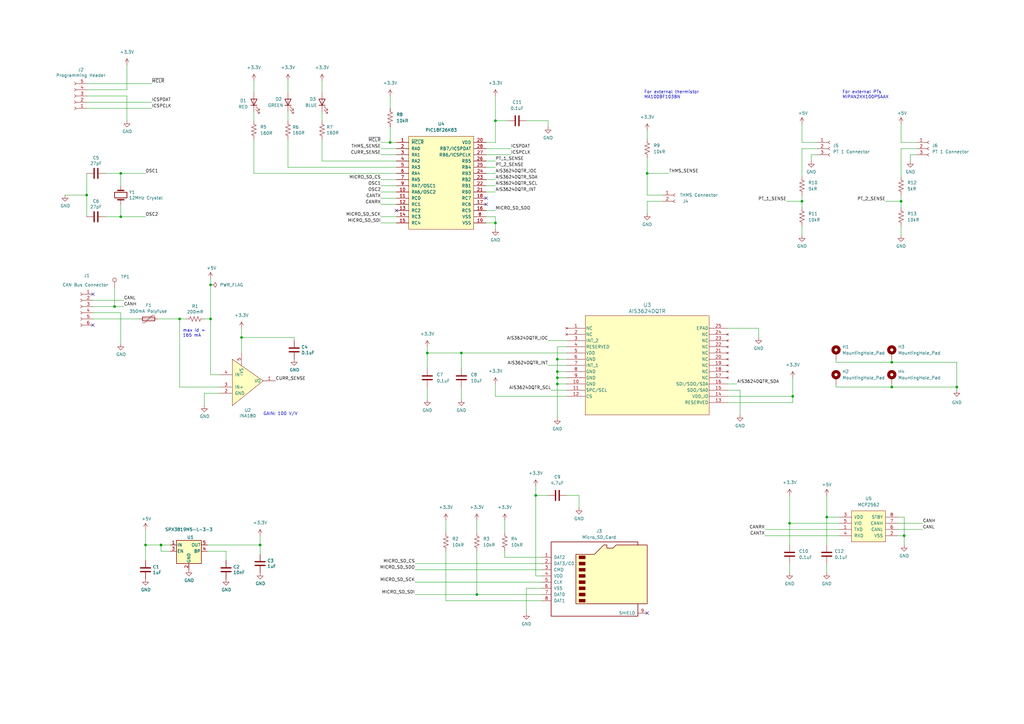
<source format=kicad_sch>
(kicad_sch (version 20230121) (generator eeschema)
  (paper "A3")
  (title_block (title "Vibration Board") (date "2023-11-01") (rev "1.01") (company "Waterloo Rocketry") (comment 1 "Ishman Mann"))
  (lib_symbols
    (symbol "AIS3624DQTR_1" (pin_names (offset 0.254))
      (property "Reference" "U" (at 33.02 10.16 0))
      (property "Value" "AIS3624DQTR" (at 33.02 7.62 0))
      (symbol "AIS3624DQTR_1_0_1"
        (pin no_connect line (at 0 0 0) (length 7.62) (name "NC") (number "1"))
        (pin power_out line (at 0 -22.86 0) (length 7.62) (name "GND") (number "10"))
        (pin unspecified line (at 0 -25.4 0) (length 7.62) (name "SPC/SCL") (number "11"))
        (pin unspecified line (at 0 -27.94 0) (length 7.62) (name "CS") (number "12"))
        (pin unspecified line (at 66.04 -30.48 180) (length 7.62) (name "RESERVED") (number "13"))
        (pin unspecified line (at 66.04 -27.94 180) (length 7.62) (name "VDD_IO") (number "14"))
        (pin unspecified line (at 66.04 -25.4 180) (length 7.62) (name "SDO/SA0") (number "15"))
        (pin unspecified line (at 66.04 -22.86 180) (length 7.62) (name "SDI/SDO/SDA") (number "16"))
        (pin no_connect line (at 66.04 -20.32 180) (length 7.62) (name "NC") (number "17"))
        (pin no_connect line (at 66.04 -17.78 180) (length 7.62) (name "NC") (number "18"))
        (pin no_connect line (at 66.04 -15.24 180) (length 7.62) (name "NC") (number "19"))
        (pin no_connect line (at 0 -2.54 0) (length 7.62) (name "NC") (number "2"))
        (pin no_connect line (at 66.04 -12.7 180) (length 7.62) (name "NC") (number "20"))
        (pin no_connect line (at 66.04 -10.16 180) (length 7.62) (name "NC") (number "21"))
        (pin no_connect line (at 66.04 -7.62 180) (length 7.62) (name "NC") (number "22"))
        (pin no_connect line (at 66.04 -5.08 180) (length 7.62) (name "NC") (number "23"))
        (pin no_connect line (at 66.04 -2.54 180) (length 7.62) (name "NC") (number "24"))
        (pin power_out line (at 66.04 0 180) (length 7.62) (name "EPAD") (number "25"))
        (pin unspecified line (at 0 -5.08 0) (length 7.62) (name "INT_2") (number "3"))
        (pin power_out line (at 0 -7.62 0) (length 7.62) (name "RESERVED") (number "4"))
        (pin unspecified line (at 0 -10.16 0) (length 7.62) (name "VDD") (number "5"))
        (pin power_out line (at 0 -12.7 0) (length 7.62) (name "GND") (number "6"))
        (pin unspecified line (at 0 -15.24 0) (length 7.62) (name "INT_1") (number "7"))
        (pin power_out line (at 0 -17.78 0) (length 7.62) (name "GND") (number "8"))
        (pin power_out line (at 0 -20.32 0) (length 7.62) (name "GND") (number "9"))
      )
    )
    (symbol "Connector:Conn_01x02_Female" (pin_names (offset 1.016) hide)
      (property "Reference" "J" (at 0 2.54 0))
      (property "Value" "Conn_01x02_Female" (at 0 -5.08 0))
      (symbol "Conn_01x02_Female_1_1"
        (pin passive line (at -5.08 0 0) (length 3.81) (name "Pin_1") (number "1"))
        (pin passive line (at -5.08 -2.54 0) (length 3.81) (name "Pin_2") (number "2"))
      )
    )
    (symbol "Connector:Conn_01x03_Socket" (pin_names (offset 1.016) hide)
      (property "Reference" "J" (at 0 5.08 0))
      (property "Value" "Conn_01x03_Socket" (at 0 -5.08 0))
      (symbol "Conn_01x03_Socket_1_1"
        (pin passive line (at -5.08 2.54 0) (length 3.81) (name "Pin_1") (number "1"))
        (pin passive line (at -5.08 0 0) (length 3.81) (name "Pin_2") (number "2"))
        (pin passive line (at -5.08 -2.54 0) (length 3.81) (name "Pin_3") (number "3"))
      )
    )
    (symbol "Connector:Conn_01x05_Female" (pin_names (offset 1.016) hide)
      (property "Reference" "J" (at 0 7.62 0))
      (property "Value" "Conn_01x05_Female" (at 0 -7.62 0))
      (symbol "Conn_01x05_Female_1_1"
        (pin passive line (at -5.08 5.08 0) (length 3.81) (name "Pin_1") (number "1"))
        (pin passive line (at -5.08 2.54 0) (length 3.81) (name "Pin_2") (number "2"))
        (pin passive line (at -5.08 0 0) (length 3.81) (name "Pin_3") (number "3"))
        (pin passive line (at -5.08 -2.54 0) (length 3.81) (name "Pin_4") (number "4"))
        (pin passive line (at -5.08 -5.08 0) (length 3.81) (name "Pin_5") (number "5"))
      )
    )
    (symbol "Connector:Conn_01x06_Socket" (pin_names (offset 1.016) hide)
      (property "Reference" "J" (at 0 7.62 0))
      (property "Value" "Conn_01x06_Socket" (at 0 -10.16 0))
      (symbol "Conn_01x06_Socket_1_1"
        (pin passive line (at -5.08 5.08 0) (length 3.81) (name "Pin_1") (number "1"))
        (pin passive line (at -5.08 2.54 0) (length 3.81) (name "Pin_2") (number "2"))
        (pin passive line (at -5.08 0 0) (length 3.81) (name "Pin_3") (number "3"))
        (pin passive line (at -5.08 -2.54 0) (length 3.81) (name "Pin_4") (number "4"))
        (pin passive line (at -5.08 -5.08 0) (length 3.81) (name "Pin_5") (number "5"))
        (pin passive line (at -5.08 -7.62 0) (length 3.81) (name "Pin_6") (number "6"))
      )
    )
    (symbol "Connector:Micro_SD_Card" (pin_names (offset 1.016))
      (property "Reference" "J" (at -16.51 15.24 0))
      (property "Value" "Micro_SD_Card" (at 16.51 15.24 0))
      (symbol "Micro_SD_Card_1_1"
        (pin bidirectional line (at -22.86 7.62 0) (length 3.81) (name "DAT2") (number "1"))
        (pin bidirectional line (at -22.86 5.08 0) (length 3.81) (name "DAT3/CD") (number "2"))
        (pin input line (at -22.86 2.54 0) (length 3.81) (name "CMD") (number "3"))
        (pin power_in line (at -22.86 0 0) (length 3.81) (name "VDD") (number "4"))
        (pin input line (at -22.86 -2.54 0) (length 3.81) (name "CLK") (number "5"))
        (pin power_in line (at -22.86 -5.08 0) (length 3.81) (name "VSS") (number "6"))
        (pin bidirectional line (at -22.86 -7.62 0) (length 3.81) (name "DAT0") (number "7"))
        (pin bidirectional line (at -22.86 -10.16 0) (length 3.81) (name "DAT1") (number "8"))
        (pin passive line (at 20.32 -15.24 180) (length 3.81) (name "SHIELD") (number "9"))
      )
    )
    (symbol "Device:C" (pin_numbers hide) (pin_names (offset 0.254))
      (property "Reference" "C" (at 0.635 2.54 0))
      (property "Value" "C" (at 0.635 -2.54 0))
      (symbol "C_1_1"
        (pin passive line (at 0 3.81 270) (length 2.794) (name "~") (number "1"))
        (pin passive line (at 0 -3.81 90) (length 2.794) (name "~") (number "2"))
      )
    )
    (symbol "Device:Crystal" (pin_numbers hide) (pin_names (offset 1.016) hide)
      (property "Reference" "Y" (at 0 3.81 0))
      (property "Value" "Crystal" (at 0 -3.81 0))
      (symbol "Crystal_1_1"
        (pin passive line (at -3.81 0 0) (length 1.27) (name "1") (number "1"))
        (pin passive line (at 3.81 0 180) (length 1.27) (name "2") (number "2"))
      )
    )
    (symbol "Device:LED" (pin_numbers hide) (pin_names (offset 1.016) hide)
      (property "Reference" "D" (at 0 2.54 0))
      (property "Value" "LED" (at 0 -2.54 0))
      (symbol "LED_1_1"
        (pin passive line (at -3.81 0 0) (length 2.54) (name "K") (number "1"))
        (pin passive line (at 3.81 0 180) (length 2.54) (name "A") (number "2"))
      )
    )
    (symbol "Device:Polyfuse" (pin_numbers hide) (pin_names (offset 0))
      (property "Reference" "F" (at -2.54 0 90))
      (property "Value" "Polyfuse" (at 2.54 0 90))
      (symbol "Polyfuse_1_1"
        (pin passive line (at 0 3.81 270) (length 1.27) (name "~") (number "1"))
        (pin passive line (at 0 -3.81 90) (length 1.27) (name "~") (number "2"))
      )
    )
    (symbol "Device:R_US" (pin_numbers hide) (pin_names (offset 0))
      (property "Reference" "R" (at 2.54 0 90))
      (property "Value" "R_US" (at -2.54 0 90))
      (symbol "R_US_1_1"
        (pin passive line (at 0 3.81 270) (length 1.27) (name "~") (number "1"))
        (pin passive line (at 0 -3.81 90) (length 1.27) (name "~") (number "2"))
      )
    )
    (symbol "Mechanical:MountingHole_Pad" (pin_numbers hide) (pin_names (offset 1.016) hide)
      (property "Reference" "H" (at 0 6.35 0))
      (property "Value" "MountingHole_Pad" (at 0 4.445 0))
      (symbol "MountingHole_Pad_1_1"
        (pin input line (at 0 -2.54 90) (length 2.54) (name "1") (number "1"))
      )
    )
    (symbol "Regulator_Linear:SPX3819M5-L-3-3" (pin_names (offset 0.254))
      (property "Reference" "U" (at -3.81 5.715 0))
      (property "Value" "SPX3819M5-L-3-3" (at 0 5.715 0))
      (symbol "SPX3819M5-L-3-3_1_1"
        (pin power_in line (at -7.62 2.54 0) (length 2.54) (name "IN") (number "1"))
        (pin power_in line (at 0 -7.62 90) (length 2.54) (name "GND") (number "2"))
        (pin input line (at -7.62 0 0) (length 2.54) (name "EN") (number "3"))
        (pin input line (at 7.62 0 180) (length 2.54) (name "BP") (number "4"))
        (pin power_out line (at 7.62 2.54 180) (length 2.54) (name "OUT") (number "5"))
      )
    )
    (symbol "canhw:INA180" (pin_names (offset 1.016))
      (property "Reference" "U" (at -5.08 13.97 0))
      (property "Value" "INA180" (at -11.43 15.24 0))
      (symbol "INA180_1_1"
        (pin output line (at 10.16 0 180) (length 5.08) (name "VO") (number "1"))
        (pin power_in line (at -12.7 -5.08 0) (length 5.08) (name "GND") (number "2"))
        (pin input line (at -12.7 -2.54 0) (length 5.08) (name "IN+") (number "3"))
        (pin input line (at -12.7 2.54 0) (length 5.08) (name "IN-") (number "4"))
        (pin power_in line (at -3.81 11.43 270) (length 5.08) (name "VS") (number "5"))
      )
    )
    (symbol "canhw:MCP2562" (pin_names (offset 1.016))
      (property "Reference" "U" (at 5.08 3.81 0))
      (property "Value" "MCP2562" (at -3.81 3.81 0))
      (symbol "MCP2562_1_1"
        (pin bidirectional line (at -12.7 -5.08 0) (length 5.08) (name "TXD") (number "1"))
        (pin power_in line (at 11.43 -7.62 180) (length 5.08) (name "VSS") (number "2"))
        (pin power_in line (at -12.7 0 0) (length 5.08) (name "VDD") (number "3"))
        (pin bidirectional line (at -12.7 -7.62 0) (length 5.08) (name "RXD") (number "4"))
        (pin bidirectional line (at -12.7 -2.54 0) (length 5.08) (name "VIO") (number "5"))
        (pin bidirectional line (at 11.43 -5.08 180) (length 5.08) (name "CANL") (number "6"))
        (pin bidirectional line (at 11.43 -2.54 180) (length 5.08) (name "CANH") (number "7"))
        (pin bidirectional line (at 11.43 0 180) (length 5.08) (name "STBY") (number "8"))
      )
    )
    (symbol "canhw:PIC18F26K83" (pin_names (offset 1.016))
      (property "Reference" "U" (at 11.43 20.32 0))
      (property "Value" "PIC18F26K83" (at -7.62 20.32 0))
      (symbol "PIC18F26K83_1_1"
        (pin input line (at -19.05 16.51 0) (length 5.08) (name "~{MCLR}") (number "1"))
        (pin bidirectional line (at -19.05 -3.81 0) (length 5.08) (name "RA6/OSC2") (number "10"))
        (pin bidirectional line (at -19.05 -6.35 0) (length 5.08) (name "RC0") (number "11"))
        (pin bidirectional line (at -19.05 -8.89 0) (length 5.08) (name "RC1") (number "12"))
        (pin bidirectional line (at -19.05 -11.43 0) (length 5.08) (name "RC2") (number "13"))
        (pin bidirectional line (at -19.05 -13.97 0) (length 5.08) (name "RC3") (number "14"))
        (pin bidirectional line (at -19.05 -16.51 0) (length 5.08) (name "RC4") (number "15"))
        (pin bidirectional line (at 17.78 -11.43 180) (length 5.08) (name "RC5") (number "16"))
        (pin bidirectional line (at 17.78 -8.89 180) (length 5.08) (name "RC6") (number "17"))
        (pin bidirectional line (at 17.78 -6.35 180) (length 5.08) (name "RC7") (number "18"))
        (pin power_in line (at 17.78 -16.51 180) (length 5.08) (name "VSS") (number "19"))
        (pin bidirectional line (at -19.05 13.97 0) (length 5.08) (name "RA0") (number "2"))
        (pin power_in line (at 17.78 16.51 180) (length 5.08) (name "VDD") (number "20"))
        (pin bidirectional line (at 17.78 -3.81 180) (length 5.08) (name "RB0") (number "21"))
        (pin bidirectional line (at 17.78 -1.27 180) (length 5.08) (name "RB1") (number "22"))
        (pin bidirectional line (at 17.78 1.27 180) (length 5.08) (name "RB2") (number "23"))
        (pin bidirectional line (at 17.78 3.81 180) (length 5.08) (name "RB3") (number "24"))
        (pin bidirectional line (at 17.78 6.35 180) (length 5.08) (name "RB4") (number "25"))
        (pin bidirectional line (at 17.78 8.89 180) (length 5.08) (name "RB5") (number "26"))
        (pin bidirectional line (at 17.78 11.43 180) (length 5.08) (name "RB6/ICSPCLK") (number "27"))
        (pin bidirectional line (at 17.78 13.97 180) (length 5.08) (name "RB7/ICSPDAT") (number "28"))
        (pin bidirectional line (at -19.05 11.43 0) (length 5.08) (name "RA1") (number "3"))
        (pin bidirectional line (at -19.05 8.89 0) (length 5.08) (name "RA2") (number "4"))
        (pin bidirectional line (at -19.05 6.35 0) (length 5.08) (name "RA3") (number "5"))
        (pin bidirectional line (at -19.05 3.81 0) (length 5.08) (name "RA4") (number "6"))
        (pin bidirectional line (at -19.05 1.27 0) (length 5.08) (name "RA5") (number "7"))
        (pin power_in line (at 17.78 -13.97 180) (length 5.08) (name "VSS") (number "8"))
        (pin bidirectional line (at -19.05 -1.27 0) (length 5.08) (name "RA7/OSC1") (number "9"))
      )
    )
    (symbol "canhw:TestPointDefault" (pin_numbers hide) (pin_names (offset 0.762) hide)
      (property "Reference" "TP" (at 0 6.858 0))
      (property "Value" "TestPointDefault" (at 0 5.08 0))
      (symbol "TestPointDefault_1_1"
        (pin passive line (at 0 0 90) (length 2.54) (name "1") (number "1"))
      )
    )
    (symbol "power:+3.3V" (power) (pin_names (offset 0))
      (property "Value" "+3.3V" (at 0 3.556 0))
      (symbol "+3.3V_1_1"
        (pin power_in line (at 0 0 90) (length 0) hide (name "+3.3V") (number "1"))
      )
    )
    (symbol "power:+5V" (power) (pin_names (offset 0))
      (property "Value" "+5V" (at 0 3.556 0))
      (symbol "+5V_1_1"
        (pin power_in line (at 0 0 90) (length 0) hide (name "+5V") (number "1"))
      )
    )
    (symbol "power:GND" (power) (pin_names (offset 0))
      (property "Value" "GND" (at 0 -3.81 0))
      (symbol "GND_1_1"
        (pin power_in line (at 0 0 270) (length 0) hide (name "GND") (number "1"))
      )
    )
    (symbol "power:PWR_FLAG" (power) (pin_numbers hide) (pin_names (offset 0) hide)
      (property "Value" "PWR_FLAG" (at 0 3.81 0))
      (symbol "PWR_FLAG_0_0"
        (pin power_out line (at 0 0 90) (length 0) (name "pwr") (number "1"))
      )
    )
  )
  (junction (at 369.57 82.55))
  (junction (at 66.04 223.52))
  (junction (at 73.66 130.81))
  (junction (at 99.06 138.43))
  (junction (at 49.53 71.12))
  (junction (at 328.93 82.55))
  (junction (at 219.71 203.2))
  (junction (at 339.09 212.09))
  (junction (at 228.6 154.94))
  (junction (at 365.76 158.75))
  (junction (at 35.56 80.01))
  (junction (at 189.23 144.78))
  (junction (at 160.02 58.42))
  (junction (at 86.36 116.84))
  (junction (at 228.6 152.4))
  (junction (at 49.53 88.9))
  (junction (at 203.2 91.44))
  (junction (at 228.6 157.48))
  (junction (at 59.69 223.52))
  (junction (at 203.2 49.53))
  (junction (at 365.76 148.59))
  (junction (at 106.68 223.52))
  (junction (at 392.43 158.75))
  (junction (at 228.6 147.32))
  (junction (at 323.85 214.63))
  (junction (at 46.99 125.73))
  (junction (at 175.26 144.78))
  (junction (at 86.36 130.81))
  (junction (at 265.43 71.12))
  (junction (at 370.84 219.71))
  (junction (at 325.12 162.56))
  (junction (at 195.58 243.84))
  (no_connect (at 38.1 133.35))
  (no_connect (at 265.43 251.46))
  (no_connect (at 199.39 83.82))
  (no_connect (at 199.39 81.28))
  (no_connect (at 162.56 86.36))
  (no_connect (at 38.1 120.65))
  (wire (pts (xy 104.14 33.02) (xy 104.14 38.1)))
  (wire (pts (xy 199.39 71.12) (xy 203.2 71.12)))
  (wire (pts (xy 35.56 44.45) (xy 62.23 44.45)))
  (wire (pts (xy 73.66 130.81) (xy 76.2 130.81)))
  (wire (pts (xy 369.57 60.96) (xy 369.57 72.39)))
  (wire (pts (xy 222.25 246.38) (xy 182.88 246.38)))
  (wire (pts (xy 83.82 161.29) (xy 90.17 161.29)))
  (wire (pts (xy 328.93 58.42) (xy 335.28 58.42)))
  (wire (pts (xy 43.18 71.12) (xy 49.53 71.12)))
  (wire (pts (xy 203.2 49.53) (xy 208.28 49.53)))
  (wire (pts (xy 332.74 63.5) (xy 332.74 66.04)))
  (wire (pts (xy 265.43 53.34) (xy 265.43 57.15)))
  (wire (pts (xy 160.02 39.37) (xy 160.02 44.45)))
  (wire (pts (xy 328.93 82.55) (xy 328.93 85.09)))
  (wire (pts (xy 90.17 153.67) (xy 86.36 153.67)))
  (wire (pts (xy 49.53 71.12) (xy 59.69 71.12)))
  (wire (pts (xy 265.43 87.63) (xy 265.43 82.55)))
  (wire (pts (xy 156.21 83.82) (xy 162.56 83.82)))
  (wire (pts (xy 369.57 80.01) (xy 369.57 82.55)))
  (wire (pts (xy 298.45 162.56) (xy 325.12 162.56)))
  (wire (pts (xy 35.56 39.37) (xy 52.07 39.37)))
  (wire (pts (xy 224.79 139.7) (xy 232.41 139.7)))
  (wire (pts (xy 156.21 81.28) (xy 162.56 81.28)))
  (wire (pts (xy 189.23 158.75) (xy 189.23 163.83)))
  (wire (pts (xy 203.2 88.9) (xy 203.2 91.44)))
  (wire (pts (xy 120.65 139.7) (xy 120.65 138.43)))
  (wire (pts (xy 207.01 228.6) (xy 207.01 226.06)))
  (wire (pts (xy 365.76 157.48) (xy 365.76 158.75)))
  (wire (pts (xy 313.69 219.71) (xy 344.17 219.71)))
  (wire (pts (xy 50.8 125.73) (xy 46.99 125.73)))
  (wire (pts (xy 219.71 203.2) (xy 219.71 236.22)))
  (wire (pts (xy 195.58 213.36) (xy 195.58 218.44)))
  (wire (pts (xy 199.39 73.66) (xy 203.2 73.66)))
  (wire (pts (xy 368.3 219.71) (xy 370.84 219.71)))
  (wire (pts (xy 325.12 154.94) (xy 325.12 162.56)))
  (wire (pts (xy 303.53 160.02) (xy 303.53 170.18)))
  (wire (pts (xy 363.22 82.55) (xy 369.57 82.55)))
  (wire (pts (xy 265.43 71.12) (xy 274.32 71.12)))
  (wire (pts (xy 342.9 158.75) (xy 365.76 158.75)))
  (wire (pts (xy 370.84 212.09) (xy 370.84 219.71)))
  (wire (pts (xy 365.76 158.75) (xy 392.43 158.75)))
  (wire (pts (xy 35.56 41.91) (xy 62.23 41.91)))
  (wire (pts (xy 228.6 157.48) (xy 232.41 157.48)))
  (wire (pts (xy 43.18 88.9) (xy 49.53 88.9)))
  (wire (pts (xy 104.14 57.15) (xy 104.14 71.12)))
  (wire (pts (xy 222.25 241.3) (xy 215.9 241.3)))
  (wire (pts (xy 311.15 134.62) (xy 311.15 138.43)))
  (wire (pts (xy 228.6 157.48) (xy 228.6 171.45)))
  (wire (pts (xy 328.93 60.96) (xy 335.28 60.96)))
  (wire (pts (xy 369.57 58.42) (xy 375.92 58.42)))
  (wire (pts (xy 219.71 199.39) (xy 219.71 203.2)))
  (wire (pts (xy 203.2 49.53) (xy 203.2 58.42)))
  (wire (pts (xy 49.53 83.82) (xy 49.53 88.9)))
  (wire (pts (xy 195.58 243.84) (xy 170.18 243.84)))
  (wire (pts (xy 132.08 45.72) (xy 132.08 49.53)))
  (wire (pts (xy 232.41 147.32) (xy 228.6 147.32)))
  (wire (pts (xy 83.82 161.29) (xy 83.82 166.37)))
  (wire (pts (xy 328.93 80.01) (xy 328.93 82.55)))
  (wire (pts (xy 66.04 223.52) (xy 69.85 223.52)))
  (wire (pts (xy 99.06 138.43) (xy 99.06 144.78)))
  (wire (pts (xy 203.2 91.44) (xy 203.2 93.98)))
  (wire (pts (xy 368.3 212.09) (xy 370.84 212.09)))
  (wire (pts (xy 132.08 33.02) (xy 132.08 38.1)))
  (wire (pts (xy 85.09 223.52) (xy 106.68 223.52)))
  (wire (pts (xy 226.06 160.02) (xy 232.41 160.02)))
  (wire (pts (xy 232.41 203.2) (xy 237.49 203.2)))
  (wire (pts (xy 118.11 57.15) (xy 118.11 68.58)))
  (wire (pts (xy 344.17 214.63) (xy 323.85 214.63)))
  (wire (pts (xy 106.68 227.33) (xy 106.68 223.52)))
  (wire (pts (xy 132.08 66.04) (xy 162.56 66.04)))
  (wire (pts (xy 328.93 50.8) (xy 328.93 58.42)))
  (wire (pts (xy 228.6 142.24) (xy 228.6 147.32)))
  (wire (pts (xy 222.25 228.6) (xy 207.01 228.6)))
  (wire (pts (xy 156.21 63.5) (xy 162.56 63.5)))
  (wire (pts (xy 182.88 246.38) (xy 182.88 226.06)))
  (wire (pts (xy 35.56 34.29) (xy 62.23 34.29)))
  (wire (pts (xy 323.85 214.63) (xy 323.85 223.52)))
  (wire (pts (xy 59.69 223.52) (xy 66.04 223.52)))
  (wire (pts (xy 170.18 233.68) (xy 222.25 233.68)))
  (wire (pts (xy 189.23 144.78) (xy 175.26 144.78)))
  (wire (pts (xy 189.23 144.78) (xy 232.41 144.78)))
  (wire (pts (xy 195.58 226.06) (xy 195.58 243.84)))
  (wire (pts (xy 66.04 226.06) (xy 69.85 226.06)))
  (wire (pts (xy 35.56 88.9) (xy 35.56 80.01)))
  (wire (pts (xy 50.8 123.19) (xy 38.1 123.19)))
  (wire (pts (xy 118.11 68.58) (xy 162.56 68.58)))
  (wire (pts (xy 156.21 91.44) (xy 162.56 91.44)))
  (wire (pts (xy 369.57 92.71) (xy 369.57 96.52)))
  (wire (pts (xy 265.43 71.12) (xy 265.43 80.01)))
  (wire (pts (xy 224.79 49.53) (xy 224.79 52.07)))
  (wire (pts (xy 339.09 212.09) (xy 344.17 212.09)))
  (wire (pts (xy 99.06 134.62) (xy 99.06 138.43)))
  (wire (pts (xy 342.9 147.32) (xy 342.9 148.59)))
  (wire (pts (xy 199.39 68.58) (xy 203.2 68.58)))
  (wire (pts (xy 339.09 231.14) (xy 339.09 234.95)))
  (wire (pts (xy 222.25 236.22) (xy 219.71 236.22)))
  (wire (pts (xy 342.9 148.59) (xy 365.76 148.59)))
  (wire (pts (xy 325.12 162.56) (xy 325.12 165.1)))
  (wire (pts (xy 83.82 130.81) (xy 86.36 130.81)))
  (wire (pts (xy 175.26 142.24) (xy 175.26 144.78)))
  (wire (pts (xy 328.93 92.71) (xy 328.93 96.52)))
  (wire (pts (xy 49.53 128.27) (xy 49.53 140.97)))
  (wire (pts (xy 175.26 144.78) (xy 175.26 151.13)))
  (wire (pts (xy 392.43 158.75) (xy 392.43 160.02)))
  (wire (pts (xy 199.39 78.74) (xy 203.2 78.74)))
  (wire (pts (xy 104.14 45.72) (xy 104.14 49.53)))
  (wire (pts (xy 189.23 144.78) (xy 189.23 151.13)))
  (wire (pts (xy 52.07 26.67) (xy 52.07 36.83)))
  (wire (pts (xy 86.36 114.3) (xy 86.36 116.84)))
  (wire (pts (xy 160.02 52.07) (xy 160.02 58.42)))
  (wire (pts (xy 106.68 219.71) (xy 106.68 223.52)))
  (wire (pts (xy 49.53 71.12) (xy 49.53 76.2)))
  (wire (pts (xy 46.99 118.11) (xy 46.99 125.73)))
  (wire (pts (xy 156.21 88.9) (xy 162.56 88.9)))
  (wire (pts (xy 90.17 158.75) (xy 73.66 158.75)))
  (wire (pts (xy 156.21 76.2) (xy 162.56 76.2)))
  (wire (pts (xy 35.56 36.83) (xy 52.07 36.83)))
  (wire (pts (xy 339.09 203.2) (xy 339.09 212.09)))
  (wire (pts (xy 369.57 82.55) (xy 369.57 85.09)))
  (wire (pts (xy 73.66 158.75) (xy 73.66 130.81)))
  (wire (pts (xy 375.92 63.5) (xy 373.38 63.5)))
  (wire (pts (xy 38.1 130.81) (xy 57.15 130.81)))
  (wire (pts (xy 342.9 157.48) (xy 342.9 158.75)))
  (wire (pts (xy 325.12 165.1) (xy 298.45 165.1)))
  (wire (pts (xy 35.56 71.12) (xy 35.56 80.01)))
  (wire (pts (xy 86.36 116.84) (xy 86.36 130.81)))
  (wire (pts (xy 323.85 231.14) (xy 323.85 234.95)))
  (wire (pts (xy 232.41 142.24) (xy 228.6 142.24)))
  (wire (pts (xy 298.45 157.48) (xy 302.26 157.48)))
  (wire (pts (xy 182.88 213.36) (xy 182.88 218.44)))
  (wire (pts (xy 59.69 229.87) (xy 59.69 223.52)))
  (wire (pts (xy 203.2 39.37) (xy 203.2 49.53)))
  (wire (pts (xy 313.69 217.17) (xy 344.17 217.17)))
  (wire (pts (xy 199.39 88.9) (xy 203.2 88.9)))
  (wire (pts (xy 207.01 213.36) (xy 207.01 218.44)))
  (wire (pts (xy 199.39 91.44) (xy 203.2 91.44)))
  (wire (pts (xy 265.43 64.77) (xy 265.43 71.12)))
  (wire (pts (xy 156.21 73.66) (xy 162.56 73.66)))
  (wire (pts (xy 222.25 243.84) (xy 195.58 243.84)))
  (wire (pts (xy 199.39 60.96) (xy 209.55 60.96)))
  (wire (pts (xy 298.45 134.62) (xy 311.15 134.62)))
  (wire (pts (xy 237.49 203.2) (xy 237.49 208.28)))
  (wire (pts (xy 328.93 60.96) (xy 328.93 72.39)))
  (wire (pts (xy 228.6 152.4) (xy 228.6 154.94)))
  (wire (pts (xy 156.21 60.96) (xy 162.56 60.96)))
  (wire (pts (xy 120.65 138.43) (xy 99.06 138.43)))
  (wire (pts (xy 265.43 80.01) (xy 271.78 80.01)))
  (wire (pts (xy 64.77 130.81) (xy 73.66 130.81)))
  (wire (pts (xy 368.3 214.63) (xy 378.46 214.63)))
  (wire (pts (xy 265.43 82.55) (xy 271.78 82.55)))
  (wire (pts (xy 92.71 226.06) (xy 85.09 226.06)))
  (wire (pts (xy 170.18 231.14) (xy 222.25 231.14)))
  (wire (pts (xy 170.18 238.76) (xy 222.25 238.76)))
  (wire (pts (xy 224.79 149.86) (xy 232.41 149.86)))
  (wire (pts (xy 232.41 152.4) (xy 228.6 152.4)))
  (wire (pts (xy 66.04 226.06) (xy 66.04 223.52)))
  (wire (pts (xy 232.41 162.56) (xy 203.2 162.56)))
  (wire (pts (xy 52.07 39.37) (xy 52.07 49.53)))
  (wire (pts (xy 199.39 66.04) (xy 203.2 66.04)))
  (wire (pts (xy 228.6 147.32) (xy 228.6 152.4)))
  (wire (pts (xy 339.09 223.52) (xy 339.09 212.09)))
  (wire (pts (xy 156.21 58.42) (xy 160.02 58.42)))
  (wire (pts (xy 365.76 147.32) (xy 365.76 148.59)))
  (wire (pts (xy 35.56 80.01) (xy 26.67 80.01)))
  (wire (pts (xy 215.9 241.3) (xy 215.9 251.46)))
  (wire (pts (xy 203.2 162.56) (xy 203.2 157.48)))
  (wire (pts (xy 365.76 148.59) (xy 392.43 148.59)))
  (wire (pts (xy 92.71 229.87) (xy 92.71 226.06)))
  (wire (pts (xy 118.11 33.02) (xy 118.11 38.1)))
  (wire (pts (xy 132.08 57.15) (xy 132.08 66.04)))
  (wire (pts (xy 375.92 60.96) (xy 369.57 60.96)))
  (wire (pts (xy 323.85 203.2) (xy 323.85 214.63)))
  (wire (pts (xy 215.9 49.53) (xy 224.79 49.53)))
  (wire (pts (xy 369.57 50.8) (xy 369.57 58.42)))
  (wire (pts (xy 38.1 128.27) (xy 49.53 128.27)))
  (wire (pts (xy 298.45 160.02) (xy 303.53 160.02)))
  (wire (pts (xy 370.84 219.71) (xy 370.84 223.52)))
  (wire (pts (xy 59.69 217.17) (xy 59.69 223.52)))
  (wire (pts (xy 175.26 158.75) (xy 175.26 163.83)))
  (wire (pts (xy 86.36 153.67) (xy 86.36 130.81)))
  (wire (pts (xy 160.02 58.42) (xy 162.56 58.42)))
  (wire (pts (xy 373.38 63.5) (xy 373.38 66.04)))
  (wire (pts (xy 228.6 154.94) (xy 228.6 157.48)))
  (wire (pts (xy 49.53 88.9) (xy 59.69 88.9)))
  (wire (pts (xy 368.3 217.17) (xy 378.46 217.17)))
  (wire (pts (xy 199.39 58.42) (xy 203.2 58.42)))
  (wire (pts (xy 156.21 78.74) (xy 162.56 78.74)))
  (wire (pts (xy 392.43 148.59) (xy 392.43 158.75)))
  (wire (pts (xy 322.58 82.55) (xy 328.93 82.55)))
  (wire (pts (xy 118.11 49.53) (xy 118.11 45.72)))
  (wire (pts (xy 199.39 76.2) (xy 203.2 76.2)))
  (wire (pts (xy 104.14 71.12) (xy 162.56 71.12)))
  (wire (pts (xy 228.6 154.94) (xy 232.41 154.94)))
  (wire (pts (xy 224.79 203.2) (xy 219.71 203.2)))
  (wire (pts (xy 46.99 125.73) (xy 38.1 125.73)))
  (wire (pts (xy 199.39 86.36) (xy 203.2 86.36)))
  (wire (pts (xy 199.39 63.5) (xy 209.55 63.5)))
  (wire (pts (xy 335.28 63.5) (xy 332.74 63.5)))
  (text "max Id =\n165 mA" (at 74.93 138.43 0) (effects (font (size 1.27 1.27)) (justify left bottom)))
  (text "GAIN: 100 V/V" (at 107.95 170.561 0) (effects (font (size 1.27 1.27)) (justify left bottom)))
  (text "For external thermistor \nMA100BF103BN" (at 264.16 40.64 0) (effects (font (size 1.27 1.27)) (justify left bottom)))
  (text "For external PTs\nMIPAN2XX100PSAAX" (at 345.44 40.64 0) (effects (font (size 1.27 1.27)) (justify left bottom)))
  (label "ICSPCLK" (at 62.23 44.45 0))
  (label "PT_2_SENSE" (at 203.2 68.58 0))
  (label "CANL" (at 50.8 123.19 0))
  (label "ICSPDAT" (at 62.23 41.91 0))
  (label "MICRO_SD_SCK" (at 170.18 238.76 180))
  (label "OSC2" (at 59.69 88.9 0))
  (label "CANTX" (at 156.21 81.28 180))
  (label "MICRO_SD_SDO" (at 170.18 233.68 180))
  (label "CANRX" (at 156.21 83.82 180))
  (label "AIS3624DQTR_SCL" (at 226.06 160.02 180))
  (label "OSC1" (at 156.21 76.2 180))
  (label "ICSPDAT" (at 209.55 60.96 0))
  (label "PT_2_SENSE" (at 363.22 82.55 180))
  (label "MICRO_SD_CS" (at 156.21 73.66 180))
  (label "AIS3624DQTR_INT" (at 203.2 78.74 0))
  (label "CANRX" (at 313.69 217.17 180))
  (label "MICRO_SD_SDI" (at 170.18 243.84 180))
  (label "AIS3624DQTR_IOC" (at 224.79 139.7 180))
  (label "ICSPCLK" (at 209.55 63.5 0))
  (label "PT_1_SENSE" (at 203.2 66.04 0))
  (label "CANL" (at 378.46 217.17 0))
  (label "AIS3624DQTR_SDA" (at 203.2 73.66 0))
  (label "PT_1_SENSE" (at 322.58 82.55 180))
  (label "THMS_SENSE" (at 156.21 60.96 180))
  (label "CANTX" (at 313.69 219.71 180))
  (label "CURR_SENSE" (at 156.21 63.5 180))
  (label "CANH" (at 50.8 125.73 0))
  (label "THMS_SENSE" (at 274.32 71.12 0))
  (label "CANH" (at 378.46 214.63 0))
  (label "AIS3624DQTR_INT" (at 224.79 149.86 180))
  (label "OSC1" (at 59.69 71.12 0))
  (label "~{MCLR}" (at 62.23 34.29 0))
  (label "MICRO_SD_SDI" (at 156.21 91.44 180))
  (label "CURR_SENSE" (at 113.03 156.21 0))
  (label "OSC2" (at 156.21 78.74 180))
  (label "MICRO_SD_SDO" (at 203.2 86.36 0))
  (label "AIS3624DQTR_IOC" (at 203.2 71.12 0))
  (label "~{MCLR}" (at 156.21 58.42 180))
  (label "MICRO_SD_SCK" (at 156.21 88.9 180))
  (label "MICRO_SD_CS" (at 170.18 231.14 180))
  (label "AIS3624DQTR_SCL" (at 203.2 76.2 0))
  (label "AIS3624DQTR_SDA" (at 302.26 157.48 0))
  (symbol (lib_id "Device:C") (at 59.69 233.68 0) (unit 1)
    (property "Reference" "C1" (at 62.611 232.5116 0) (effects (justify left)))
    (property "Value" "1uF" (at 62.611 234.823 0) (effects (justify left)))
    (property "Footprint" "Capacitor_SMD:C_0805_2012Metric_Pad1.18x1.45mm_HandSolder" (effects hide))
    (property "DigiKey" "1276-6470-1-ND" (effects hide))
  )
  (symbol (lib_id "Device:R_US") (at 104.14 53.34 0) (unit 1)
    (property "Reference" "R5" (at 106.68 52.07 0) (effects (justify left)))
    (property "Value" "160R" (at 106.68 54.61 0) (effects (justify left)))
    (property "Footprint" "Resistor_SMD:R_0805_2012Metric_Pad1.20x1.40mm_HandSolder" (effects hide))
    (property "DigiKey" "738-RMCF0805FT160RCT-ND" (effects hide))
  )
  (symbol (lib_id "Device:C") (at 92.71 233.68 0) (unit 1)
    (property "Reference" "C2" (at 95.631 232.5116 0) (effects (justify left)))
    (property "Value" "10nF" (at 95.631 234.823 0) (effects (justify left)))
    (property "Footprint" "Capacitor_SMD:C_0805_2012Metric_Pad1.18x1.45mm_HandSolder" (effects hide))
    (property "DigiKey" "732-12169-1-ND" (effects hide))
  )
  (symbol (lib_id "Device:Crystal") (at 49.53 80.01 270) (unit 1)
    (property "Reference" "Y1" (at 52.8574 78.8416 90) (effects (justify left)))
    (property "Value" "12MHz Crystal " (at 52.8574 81.153 90) (effects (justify left)))
    (property "Footprint" "Crystal:Crystal_HC49-4H_Vertical" (effects hide))
    (property "DigiKey" "535-9869-1-ND" (effects hide))
  )
  (symbol (lib_id "power:GND") (at 303.53 170.18 0) (unit 1)
    (property "Reference" "#PWR031" (effects hide))
    (property "Value" "GND" (at 303.53 174.625 0))
  )
  (symbol (lib_id "power:GND") (at 311.15 138.43 0) (unit 1)
    (property "Reference" "#PWR032" (effects hide))
    (property "Value" "GND" (at 311.15 142.875 0))
  )
  (symbol (lib_id "power:+5V") (at 59.69 217.17 0) (unit 1)
    (property "Reference" "#PWR01" (effects hide))
    (property "Value" "+5V" (at 60.071 212.7758 0))
  )
  (symbol (lib_id "power:GND") (at 339.09 234.95 0) (unit 1)
    (property "Reference" "#PWR039" (effects hide))
    (property "Value" "GND" (at 339.09 239.395 0))
  )
  (symbol (lib_id "Device:C") (at 39.37 88.9 270) (unit 1)
    (property "Reference" "C6" (at 39.37 82.4992 90))
    (property "Value" "27pF" (at 39.37 84.8106 90))
    (property "Footprint" "Capacitor_SMD:C_0805_2012Metric_Pad1.18x1.45mm_HandSolder" (effects hide))
    (property "DigiKey" "1276-2622-1-ND" (effects hide))
  )
  (symbol (lib_id "power:+3.3V") (at 203.2 39.37 0) (unit 1)
    (property "Reference" "#PWR033" (effects hide))
    (property "Value" "+3.3V" (at 203.2 34.036 0))
  )
  (symbol (lib_id "Device:R_US") (at 195.58 222.25 0) (unit 1)
    (property "Reference" "R3" (at 198.12 220.98 0) (effects (justify left)))
    (property "Value" "10kR" (at 198.12 223.52 0) (effects (justify left)))
    (property "Footprint" "Resistor_SMD:R_0805_2012Metric_Pad1.20x1.40mm_HandSolder" (effects hide))
    (property "DigiKey" "RMCF0805FT10K0CT-ND" (effects hide))
  )
  (symbol (lib_id "Device:R_US") (at 369.57 88.9 0) (unit 1)
    (property "Reference" "R13" (at 372.11 87.63 0) (effects (justify left)))
    (property "Value" "10kR" (at 372.11 90.17 0) (effects (justify left)))
    (property "Footprint" "Resistor_SMD:R_0805_2012Metric_Pad1.20x1.40mm_HandSolder" (effects hide))
    (property "DigiKey" "RMCF0805FT10K0CT-ND" (effects hide))
  )
  (symbol (lib_id "Device:R_US") (at 80.01 130.81 270) (unit 1)
    (property "Reference" "R1" (at 80.01 125.603 90))
    (property "Value" "200mR" (at 80.01 127.9144 90))
    (property "Footprint" "Resistor_SMD:R_0805_2012Metric_Pad1.20x1.40mm_HandSolder" (effects hide))
    (property "DigiKey" "WSLB-.20CT-ND" (effects hide))
  )
  (symbol (lib_id "power:GND") (at 224.79 52.07 0) (unit 1)
    (property "Reference" "#PWR040" (effects hide))
    (property "Value" "GND" (at 224.79 56.515 0))
  )
  (symbol (lib_id "power:+3.3V") (at 175.26 142.24 0) (unit 1)
    (property "Reference" "#PWR018" (effects hide))
    (property "Value" "+3.3V" (at 175.26 136.906 0))
  )
  (symbol (lib_id "power:GND") (at 92.71 237.49 0) (unit 1)
    (property "Reference" "#PWR09" (effects hide))
    (property "Value" "GND" (at 92.837 241.8842 0))
  )
  (symbol (lib_id "power:GND") (at 49.53 140.97 0) (unit 1)
    (property "Reference" "#PWR03" (effects hide))
    (property "Value" "GND" (at 49.657 145.3642 0))
  )
  (symbol (lib_name "AIS3624DQTR_1") (lib_id "canhw:AIS3624DQTR") (at 232.41 134.62 0) (unit 1)
    (property "Reference" "U3" (at 265.43 125.095 0) (effects (font (size 1.524 1.524))))
    (property "Value" "AIS3624DQTR" (at 265.43 127.635 0) (effects (font (size 1.524 1.524))))
    (property "Footprint" "canhw:QFN24L_4X4X0P5_STM" (effects hide))
    (property "Datasheet" "https://www.st.com/content/ccc/resource/technical/document/datasheet/group1/90/87/ca/72/a8/3a/41/32/DM00141453/files/DM00141453.pdf/jcr:content/translations/en.DM00141453.pdf" (effects hide))
    (property "DigiKey" "497-16268-1-ND" (effects hide))
  )
  (symbol (lib_id "power:+3.3V") (at 219.71 199.39 0) (unit 1)
    (property "Reference" "#PWR024" (effects hide))
    (property "Value" "+3.3V" (at 219.71 194.056 0))
  )
  (symbol (lib_id "power:+3.3V") (at 104.14 33.02 0) (unit 1)
    (property "Reference" "#PWR025" (effects hide))
    (property "Value" "+3.3V" (at 104.14 27.686 0))
  )
  (symbol (lib_id "power:GND") (at 265.43 87.63 0) (unit 1)
    (property "Reference" "#PWR043" (effects hide))
    (property "Value" "GND" (at 265.43 92.075 0))
  )
  (symbol (lib_id "Connector:Micro_SD_Card") (at 245.11 236.22 0) (unit 1)
    (property "Reference" "J3" (at 245.745 217.805 0))
    (property "Value" "Micro_SD_Card" (at 245.745 220.345 0))
    (property "Footprint" "canhw:microSD_Molex_WM6698CT-ND" (effects hide))
    (property "Datasheet" "http://katalog.we-online.de/em/datasheet/693072010801.pdf" (effects hide))
    (property "DigiKey" "WM6698CT-ND" (effects hide))
  )
  (symbol (lib_id "Device:C") (at 175.26 154.94 180) (unit 1)
    (property "Reference" "C7" (at 179.07 153.67 0) (effects (justify right)))
    (property "Value" "0.1uF" (at 179.07 156.21 0) (effects (justify right)))
    (property "Footprint" "Capacitor_SMD:C_0805_2012Metric_Pad1.18x1.45mm_HandSolder" (effects hide))
    (property "DigiKey" "311-1858-1-ND" (effects hide))
  )
  (symbol (lib_id "power:+3.3V") (at 207.01 213.36 0) (unit 1)
    (property "Reference" "#PWR022" (effects hide))
    (property "Value" "+3.3V" (at 207.01 208.026 0))
  )
  (symbol (lib_id "canhw:INA180") (at 102.87 156.21 0) (unit 1)
    (property "Reference" "U2" (at 101.6 168.2242 0))
    (property "Value" "INA180" (at 101.6 170.5356 0))
    (property "Footprint" "Package_TO_SOT_SMD:SOT-23-5_HandSoldering" (effects hide))
    (property "Datasheet" "http://www.ti.com/lit/ds/symlink/ina180.pdf" (effects hide))
    (property "DigiKey" "296-INA180A3QDBVRQ1CT-ND" (effects hide))
  )
  (symbol (lib_id "Mechanical:MountingHole_Pad") (at 365.76 154.94 0) (unit 1)
    (property "Reference" "H4" (at 368.3 152.3999 0) (effects (justify left)))
    (property "Value" "MountingHole_Pad" (at 368.3 154.9399 0) (effects (justify left)))
    (property "Footprint" "MountingHole:MountingHole_3.2mm_M3_DIN965_Pad" (effects hide))
  )
  (symbol (lib_id "Regulator_Linear:SPX3819M5-L-3-3") (at 77.47 226.06 0) (unit 1)
    (property "Reference" "U1" (at 78.105 220.345 0))
    (property "Value" "SPX3819M5-L-3-3" (at 77.47 217.17 0))
    (property "Footprint" "Package_TO_SOT_SMD:SOT-23-5" (effects hide))
    (property "Datasheet" "https://www.exar.com/content/document.ashx?id=22106&languageid=1033&type=Datasheet&partnumber=SPX3819&filename=SPX3819.pdf&part=SPX3819" (effects hide))
    (property "DigiKey" "1016-1873-1-ND" (effects hide))
  )
  (symbol (lib_id "power:GND") (at 59.69 237.49 0) (unit 1)
    (property "Reference" "#PWR02" (effects hide))
    (property "Value" "GND" (at 59.817 241.8842 0))
  )
  (symbol (lib_id "power:+3.3V") (at 325.12 154.94 0) (unit 1)
    (property "Reference" "#PWR037" (effects hide))
    (property "Value" "+3.3V" (at 325.12 149.606 0))
  )
  (symbol (lib_id "power:GND") (at 373.38 66.04 0) (unit 1)
    (property "Reference" "#PWR047" (effects hide))
    (property "Value" "GND" (at 373.38 70.485 0))
  )
  (symbol (lib_id "power:+3.3V") (at 160.02 39.37 0) (unit 1)
    (property "Reference" "#PWR030" (effects hide))
    (property "Value" "+3.3V" (at 160.02 34.036 0))
  )
  (symbol (lib_id "power:GND") (at 370.84 223.52 0) (unit 1)
    (property "Reference" "#PWR041" (effects hide))
    (property "Value" "GND" (at 370.84 227.965 0))
  )
  (symbol (lib_id "Device:R_US") (at 328.93 76.2 0) (unit 1)
    (property "Reference" "R10" (at 331.47 74.93 0) (effects (justify left)))
    (property "Value" "5kR" (at 331.47 77.47 0) (effects (justify left)))
    (property "Footprint" "Resistor_SMD:R_0805_2012Metric_Pad1.20x1.40mm_HandSolder" (effects hide))
    (property "DigiKey" "RMCF0805FT10K0CT-ND" (effects hide))
  )
  (symbol (lib_id "power:+3.3V") (at 106.68 219.71 0) (unit 1)
    (property "Reference" "#PWR012" (effects hide))
    (property "Value" "+3.3V" (at 106.68 214.376 0))
  )
  (symbol (lib_id "power:+3.3V") (at 265.43 53.34 0) (unit 1)
    (property "Reference" "#PWR045" (effects hide))
    (property "Value" "+3.3V" (at 265.43 48.006 0))
  )
  (symbol (lib_id "power:GND") (at 323.85 234.95 0) (unit 1)
    (property "Reference" "#PWR036" (effects hide))
    (property "Value" "GND" (at 323.85 239.395 0))
  )
  (symbol (lib_id "power:GND") (at 215.9 251.46 0) (unit 1)
    (property "Reference" "#PWR023" (effects hide))
    (property "Value" "GND" (at 215.9 255.905 0))
  )
  (symbol (lib_id "power:+3.3V") (at 182.88 213.36 0) (unit 1)
    (property "Reference" "#PWR017" (effects hide))
    (property "Value" "+3.3V" (at 182.88 208.026 0))
  )
  (symbol (lib_id "Mechanical:MountingHole_Pad") (at 342.9 144.78 0) (unit 1)
    (property "Reference" "H1" (at 345.44 142.2399 0) (effects (justify left)))
    (property "Value" "MountingHole_Pad" (at 345.44 144.7799 0) (effects (justify left)))
    (property "Footprint" "MountingHole:MountingHole_3.2mm_M3_DIN965_Pad" (effects hide))
  )
  (symbol (lib_id "Connector:Conn_01x03_Socket") (at 340.36 60.96 0) (unit 1)
    (property "Reference" "J5" (at 341.63 59.69 0) (effects (justify left)))
    (property "Value" "PT 1 Connector" (at 341.63 62.23 0) (effects (justify left)))
    (property "Footprint" "Connector_JST:JST_PH_S3B-PH-K_1x03_P2.00mm_Horizontal" (effects hide))
  )
  (symbol (lib_id "Mechanical:MountingHole_Pad") (at 342.9 154.94 0) (unit 1)
    (property "Reference" "H2" (at 345.44 152.3999 0) (effects (justify left)))
    (property "Value" "MountingHole_Pad" (at 345.44 154.9399 0) (effects (justify left)))
    (property "Footprint" "MountingHole:MountingHole_3.2mm_M3_DIN965_Pad" (effects hide))
  )
  (symbol (lib_id "power:GND") (at 369.57 96.52 0) (unit 1)
    (property "Reference" "#PWR049" (effects hide))
    (property "Value" "GND" (at 369.57 100.965 0))
  )
  (symbol (lib_id "power:+5V") (at 328.93 50.8 0) (unit 1)
    (property "Reference" "#PWR044" (effects hide))
    (property "Value" "+5V" (at 329.311 46.4058 0))
  )
  (symbol (lib_id "power:GND") (at 228.6 171.45 0) (unit 1)
    (property "Reference" "#PWR026" (effects hide))
    (property "Value" "GND" (at 228.6 175.895 0))
  )
  (symbol (lib_id "power:+3.3V") (at 203.2 157.48 0) (unit 1)
    (property "Reference" "#PWR021" (effects hide))
    (property "Value" "+3.3V" (at 203.2 152.146 0))
  )
  (symbol (lib_id "power:GND") (at 332.74 66.04 0) (unit 1)
    (property "Reference" "#PWR015" (effects hide))
    (property "Value" "GND" (at 332.74 70.485 0))
  )
  (symbol (lib_id "power:+5V") (at 86.36 114.3 0) (unit 1)
    (property "Reference" "#PWR08" (effects hide))
    (property "Value" "+5V" (at 86.741 109.9058 0))
  )
  (symbol (lib_id "Device:R_US") (at 160.02 48.26 0) (unit 1)
    (property "Reference" "R8" (at 162.56 46.99 0) (effects (justify left)))
    (property "Value" "10kR" (at 162.56 49.53 0) (effects (justify left)))
    (property "Footprint" "Resistor_SMD:R_0805_2012Metric_Pad1.20x1.40mm_HandSolder" (effects hide))
    (property "DigiKey" "RMCF0805FT10K0CT-ND" (effects hide))
  )
  (symbol (lib_id "Connector:Conn_01x05_Female") (at 30.48 39.37 180) (unit 1)
    (property "Reference" "J2" (at 33.1724 28.575 0))
    (property "Value" "Programming Header" (at 33.1724 30.8864 0))
    (property "Footprint" "canhw:PinHeader_5x2.54_SMD_90deg_952-3198-1-ND" (effects hide))
    (property "DigiKey" "2073-BG300-05-A-L-ACT-ND" (effects hide))
  )
  (symbol (lib_id "power:+3.3V") (at 52.07 26.67 0) (unit 1)
    (property "Reference" "#PWR04" (effects hide))
    (property "Value" "+3.3V" (at 52.07 21.336 0))
  )
  (symbol (lib_id "Device:C") (at 106.68 231.14 0) (unit 1)
    (property "Reference" "C3" (at 109.601 229.9716 0) (effects (justify left)))
    (property "Value" "1uF" (at 109.601 232.283 0) (effects (justify left)))
    (property "Footprint" "Capacitor_SMD:C_0805_2012Metric_Pad1.18x1.45mm_HandSolder" (effects hide))
    (property "DigiKey" "1276-6470-1-ND" (effects hide))
  )
  (symbol (lib_id "Device:R_US") (at 265.43 60.96 0) (unit 1)
    (property "Reference" "R9" (at 267.97 59.69 0) (effects (justify left)))
    (property "Value" "10kR" (at 267.97 62.23 0) (effects (justify left)))
    (property "Footprint" "Resistor_SMD:R_0805_2012Metric_Pad1.20x1.40mm_HandSolder" (effects hide))
    (property "DigiKey" "RMCF0805FT10K0CT-ND" (effects hide))
  )
  (symbol (lib_id "power:GND") (at 328.93 96.52 0) (unit 1)
    (property "Reference" "#PWR046" (effects hide))
    (property "Value" "GND" (at 328.93 100.965 0))
  )
  (symbol (lib_id "Device:LED") (at 104.14 41.91 90) (unit 1)
    (property "Reference" "D1" (at 98.425 41.275 90) (effects (justify right)))
    (property "Value" "RED" (at 97.79 43.815 90) (effects (justify right)))
    (property "Footprint" "LED_SMD:LED_1206_3216Metric_Pad1.42x1.75mm_HandSolder" (effects hide))
    (property "DigiKey" "160-1457-1-ND" (effects hide))
  )
  (symbol (lib_id "power:+3.3V") (at 323.85 203.2 0) (unit 1)
    (property "Reference" "#PWR035" (effects hide))
    (property "Value" "+3.3V" (at 323.85 197.866 0))
  )
  (symbol (lib_id "power:PWR_FLAG") (at 86.36 116.84 270) (unit 1)
    (property "Reference" "#FLG01" (effects hide))
    (property "Value" "PWR_FLAG" (at 90.17 116.84 90) (effects (justify left)))
  )
  (symbol (lib_id "Device:C") (at 189.23 154.94 180) (unit 1)
    (property "Reference" "C8" (at 193.04 153.67 0) (effects (justify right)))
    (property "Value" "10uF" (at 193.04 156.21 0) (effects (justify right)))
    (property "Footprint" "Capacitor_SMD:C_0805_2012Metric_Pad1.18x1.45mm_HandSolder" (effects hide))
    (property "DigiKey" "490-18663-1-ND" (effects hide))
  )
  (symbol (lib_id "power:+3.3V") (at 99.06 134.62 0) (unit 1)
    (property "Reference" "#PWR010" (effects hide))
    (property "Value" "+3.3V" (at 99.06 129.286 0))
  )
  (symbol (lib_id "Device:C") (at 339.09 227.33 180) (unit 1)
    (property "Reference" "C12" (at 342.265 226.06 0) (effects (justify right)))
    (property "Value" "0.1uF" (at 342.265 228.6 0) (effects (justify right)))
    (property "Footprint" "Capacitor_SMD:C_0805_2012Metric_Pad1.18x1.45mm_HandSolder" (effects hide))
    (property "DigiKey" "311-1858-1-ND" (effects hide))
  )
  (symbol (lib_id "power:GND") (at 77.47 233.68 0) (unit 1)
    (property "Reference" "#PWR06" (effects hide))
    (property "Value" "GND" (at 77.597 238.0742 0))
  )
  (symbol (lib_id "Connector:Conn_01x02_Female") (at 276.86 80.01 0) (unit 1)
    (property "Reference" "J4" (at 280.035 82.55 0) (effects (justify left)))
    (property "Value" "THMS Connector" (at 278.765 80.01 0) (effects (justify left)))
    (property "Footprint" "Connector_JST:JST_PH_S2B-PH-K_1x02_P2.00mm_Horizontal" (effects hide))
  )
  (symbol (lib_id "power:GND") (at 52.07 49.53 0) (unit 1)
    (property "Reference" "#PWR05" (effects hide))
    (property "Value" "GND" (at 52.197 53.9242 0))
  )
  (symbol (lib_id "canhw:PIC18F26K83") (at 181.61 74.93 0) (unit 1)
    (property "Reference" "U4" (at 180.975 50.8 0))
    (property "Value" "PIC18F26K83" (at 180.975 53.34 0))
    (property "Footprint" "Package_SO:SOIC-28W_7.5x18.7mm_P1.27mm" (effects hide))
    (property "Datasheet" "http://ww1.microchip.com/downloads/en/DeviceDoc/40001943A.pdf" (effects hide))
    (property "DigiKey" "PIC18LF26K83T-I/SOCT-ND" (effects hide))
  )
  (symbol (lib_id "Device:R_US") (at 328.93 88.9 0) (unit 1)
    (property "Reference" "R11" (at 331.47 87.63 0) (effects (justify left)))
    (property "Value" "10kR" (at 331.47 90.17 0) (effects (justify left)))
    (property "Footprint" "Resistor_SMD:R_0805_2012Metric_Pad1.20x1.40mm_HandSolder" (effects hide))
    (property "DigiKey" "RMCF0805FT10K0CT-ND" (effects hide))
  )
  (symbol (lib_id "power:GND") (at 189.23 163.83 0) (unit 1)
    (property "Reference" "#PWR019" (effects hide))
    (property "Value" "GND" (at 189.23 168.275 0))
  )
  (symbol (lib_id "power:GND") (at 175.26 163.83 0) (unit 1)
    (property "Reference" "#PWR016" (effects hide))
    (property "Value" "GND" (at 175.26 168.275 0))
  )
  (symbol (lib_id "Device:R_US") (at 369.57 76.2 0) (unit 1)
    (property "Reference" "R12" (at 372.11 74.93 0) (effects (justify left)))
    (property "Value" "5kR" (at 372.11 77.47 0) (effects (justify left)))
    (property "Footprint" "Resistor_SMD:R_0805_2012Metric_Pad1.20x1.40mm_HandSolder" (effects hide))
    (property "DigiKey" "RMCF0805FT10K0CT-ND" (effects hide))
  )
  (symbol (lib_id "canhw:TestPointDefault") (at 46.99 118.11 0) (unit 1)
    (property "Reference" "TP1" (at 49.53 113.538 0) (effects (justify left)))
    (property "Value" "CANL" (effects hide))
    (property "Footprint" "TestPoint:TestPoint_Pad_1.0x1.0mm" (effects hide))
  )
  (symbol (lib_id "power:GND") (at 120.65 147.32 0) (unit 1)
    (property "Reference" "#PWR013" (effects hide))
    (property "Value" "GND" (at 120.777 151.7142 0))
  )
  (symbol (lib_id "Device:C") (at 228.6 203.2 270) (unit 1)
    (property "Reference" "C9" (at 228.6 195.58 90))
    (property "Value" "4.7uF" (at 228.6 198.12 90))
    (property "Footprint" "Capacitor_SMD:C_0805_2012Metric_Pad1.18x1.45mm_HandSolder" (effects hide))
    (property "DigiKey" "1276-1244-1-ND" (effects hide))
  )
  (symbol (lib_id "Device:R_US") (at 118.11 53.34 0) (unit 1)
    (property "Reference" "R6" (at 119.888 52.1716 0) (effects (justify left)))
    (property "Value" "160R" (at 119.888 54.483 0) (effects (justify left)))
    (property "Footprint" "Resistor_SMD:R_0805_2012Metric_Pad1.20x1.40mm_HandSolder" (effects hide))
    (property "DigiKey" "738-RMCF0805FT160RCT-ND" (effects hide))
  )
  (symbol (lib_id "power:+3.3V") (at 118.11 33.02 0) (unit 1)
    (property "Reference" "#PWR027" (effects hide))
    (property "Value" "+3.3V" (at 118.11 27.686 0))
  )
  (symbol (lib_id "Device:C") (at 39.37 71.12 270) (unit 1)
    (property "Reference" "C5" (at 39.37 64.7192 90))
    (property "Value" "27pF" (at 39.37 67.0306 90))
    (property "Footprint" "Capacitor_SMD:C_0805_2012Metric_Pad1.18x1.45mm_HandSolder" (effects hide))
    (property "DigiKey" "1276-2622-1-ND" (effects hide))
  )
  (symbol (lib_id "Device:LED") (at 118.11 41.91 90) (unit 1)
    (property "Reference" "D2" (at 114.3 40.64 90))
    (property "Value" "GREEN" (at 113.03 43.18 90))
    (property "Footprint" "LED_SMD:LED_1206_3216Metric_Pad1.42x1.75mm_HandSolder" (effects hide))
    (property "DigiKey" "160-1188-1-ND" (effects hide))
  )
  (symbol (lib_id "power:+3.3V") (at 195.58 213.36 0) (unit 1)
    (property "Reference" "#PWR020" (effects hide))
    (property "Value" "+3.3V" (at 195.58 208.026 0))
  )
  (symbol (lib_id "power:GND") (at 83.82 166.37 0) (unit 1)
    (property "Reference" "#PWR07" (effects hide))
    (property "Value" "GND" (at 83.947 170.7642 0))
  )
  (symbol (lib_id "power:GND") (at 392.43 160.02 0) (unit 1)
    (property "Reference" "#PWR042" (effects hide))
    (property "Value" "GND" (at 392.43 165.1 0))
  )
  (symbol (lib_id "Connector:Conn_01x03_Socket") (at 381 60.96 0) (unit 1)
    (property "Reference" "J6" (at 382.27 59.69 0) (effects (justify left)))
    (property "Value" "PT 1 Connector" (at 382.27 62.23 0) (effects (justify left)))
    (property "Footprint" "Connector_JST:JST_PH_S3B-PH-K_1x03_P2.00mm_Horizontal" (effects hide))
  )
  (symbol (lib_id "Device:C") (at 212.09 49.53 90) (unit 1)
    (property "Reference" "C11" (at 212.09 41.91 90))
    (property "Value" "0.1uF" (at 212.09 44.45 90))
    (property "Footprint" "Capacitor_SMD:C_0805_2012Metric_Pad1.18x1.45mm_HandSolder" (effects hide))
    (property "DigiKey" "311-1858-1-ND" (effects hide))
  )
  (symbol (lib_id "Device:R_US") (at 182.88 222.25 0) (unit 1)
    (property "Reference" "R2" (at 185.42 220.98 0) (effects (justify left)))
    (property "Value" "10kR" (at 185.42 223.52 0) (effects (justify left)))
    (property "Footprint" "Resistor_SMD:R_0805_2012Metric_Pad1.20x1.40mm_HandSolder" (effects hide))
    (property "DigiKey" "RMCF0805FT10K0CT-ND" (effects hide))
  )
  (symbol (lib_id "power:+5V") (at 339.09 203.2 0) (unit 1)
    (property "Reference" "#PWR038" (effects hide))
    (property "Value" "+5V" (at 339.09 198.755 0))
  )
  (symbol (lib_id "power:GND") (at 26.67 80.01 0) (unit 1)
    (property "Reference" "#PWR014" (effects hide))
    (property "Value" "GND" (at 26.797 84.4042 0))
  )
  (symbol (lib_id "power:GND") (at 203.2 93.98 0) (unit 1)
    (property "Reference" "#PWR034" (effects hide))
    (property "Value" "GND" (at 203.2 98.425 0))
  )
  (symbol (lib_id "Device:R_US") (at 132.08 53.34 0) (unit 1)
    (property "Reference" "R7" (at 133.858 52.1716 0) (effects (justify left)))
    (property "Value" "160R" (at 133.858 54.483 0) (effects (justify left)))
    (property "Footprint" "Resistor_SMD:R_0805_2012Metric_Pad1.20x1.40mm_HandSolder" (effects hide))
    (property "DigiKey" "738-RMCF0805FT160RCT-ND" (effects hide))
  )
  (symbol (lib_id "Mechanical:MountingHole_Pad") (at 365.76 144.78 0) (unit 1)
    (property "Reference" "H3" (at 368.3 142.2399 0) (effects (justify left)))
    (property "Value" "MountingHole_Pad" (at 368.3 144.7799 0) (effects (justify left)))
    (property "Footprint" "MountingHole:MountingHole_3.2mm_M3_DIN965_Pad" (effects hide))
  )
  (symbol (lib_id "canhw:MCP2562") (at 356.87 212.09 0) (unit 1)
    (property "Reference" "U5" (at 356.235 204.47 0))
    (property "Value" "MCP2562" (at 356.235 207.01 0))
    (property "Footprint" "Package_SO:SOIC-8_3.9x4.9mm_P1.27mm" (effects hide))
    (property "Datasheet" "http://hades.mech.northwestern.edu/images/5/5e/MCP2562.pdf" (effects hide))
    (property "DigiKey" "MCP2562T-E/SNCT-ND" (effects hide))
  )
  (symbol (lib_id "power:+3.3V") (at 132.08 33.02 0) (unit 1)
    (property "Reference" "#PWR029" (effects hide))
    (property "Value" "+3.3V" (at 132.08 27.686 0))
  )
  (symbol (lib_id "power:GND") (at 237.49 208.28 0) (unit 1)
    (property "Reference" "#PWR028" (effects hide))
    (property "Value" "GND" (at 237.49 212.725 0))
  )
  (symbol (lib_id "Device:LED") (at 132.08 41.91 90) (unit 1)
    (property "Reference" "D3" (at 128.27 40.64 90))
    (property "Value" "BLUE" (at 127.635 43.18 90))
    (property "Footprint" "LED_SMD:LED_1206_3216Metric_Pad1.42x1.75mm_HandSolder" (effects hide))
    (property "DigiKey" "1830-1088-1-ND" (effects hide))
  )
  (symbol (lib_id "Device:C") (at 323.85 227.33 180) (unit 1)
    (property "Reference" "C10" (at 327.66 226.06 0) (effects (justify right)))
    (property "Value" "0.1uF" (at 327.66 228.6 0) (effects (justify right)))
    (property "Footprint" "Capacitor_SMD:C_0805_2012Metric_Pad1.18x1.45mm_HandSolder" (effects hide))
    (property "DigiKey" "311-1858-1-ND" (effects hide))
  )
  (symbol (lib_id "Device:C") (at 120.65 143.51 0) (unit 1)
    (property "Reference" "C4" (at 123.571 142.3416 0) (effects (justify left)))
    (property "Value" "0.1uF" (at 123.571 144.653 0) (effects (justify left)))
    (property "Footprint" "Capacitor_SMD:C_0805_2012Metric_Pad1.18x1.45mm_HandSolder" (effects hide))
    (property "DigiKey" "311-1858-1-ND" (effects hide))
  )
  (symbol (lib_id "Device:Polyfuse") (at 60.96 130.81 90) (unit 1)
    (property "Reference" "F1" (at 62.23 125.222 90) (effects (justify left)))
    (property "Value" "350mA Polyfuse" (at 68.58 127.635 90) (effects (justify left)))
    (property "Footprint" "Fuse:Fuse_1206_3216Metric_Pad1.42x1.75mm_HandSolder" (effects hide))
    (property "DigiKey" "F3732CT-ND" (effects hide))
  )
  (symbol (lib_id "power:+5V") (at 369.57 50.8 0) (unit 1)
    (property "Reference" "#PWR048" (effects hide))
    (property "Value" "+5V" (at 369.951 46.4058 0))
  )
  (symbol (lib_id "power:GND") (at 106.68 234.95 0) (unit 1)
    (property "Reference" "#PWR011" (effects hide))
    (property "Value" "GND" (at 106.807 239.3442 0))
  )
  (symbol (lib_id "Connector:Conn_01x06_Socket") (at 33.02 125.73 0) (mirror y) (unit 1)
    (property "Reference" "J1" (at 36.83 113.03 0) (effects (justify left)))
    (property "Value" "CAN Bus Connector" (at 44.45 116.84 0) (effects (justify left)))
    (property "Footprint" "canhw:connector_Harwin_G125–MG10605M4P" (effects hide))
  )
  (symbol (lib_id "Device:R_US") (at 207.01 222.25 0) (unit 1)
    (property "Reference" "R4" (at 209.55 220.98 0) (effects (justify left)))
    (property "Value" "10kR" (at 209.55 223.52 0) (effects (justify left)))
    (property "Footprint" "Resistor_SMD:R_0805_2012Metric_Pad1.20x1.40mm_HandSolder" (effects hide))
    (property "DigiKey" "RMCF0805FT10K0CT-ND" (effects hide))
  )
)
</source>
